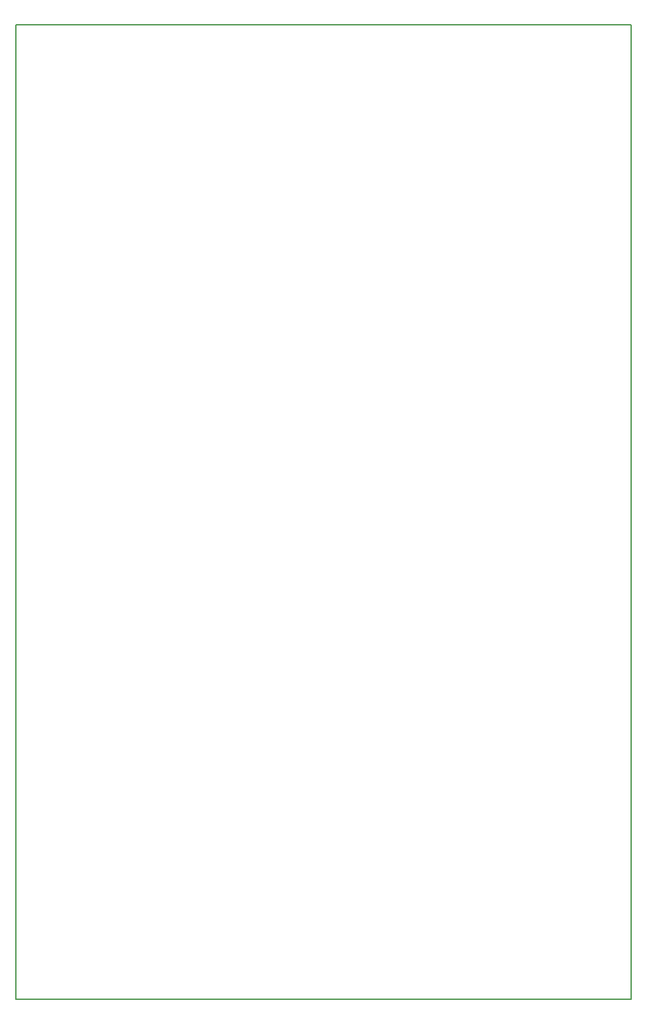
<source format=gbr>
G04 #@! TF.FileFunction,Profile,NP*
%FSLAX46Y46*%
G04 Gerber Fmt 4.6, Leading zero omitted, Abs format (unit mm)*
G04 Created by KiCad (PCBNEW 4.0.4-stable) date 05/10/17 13:02:38*
%MOMM*%
%LPD*%
G01*
G04 APERTURE LIST*
%ADD10C,0.100000*%
%ADD11C,0.150000*%
G04 APERTURE END LIST*
D10*
D11*
X110200000Y-144420000D02*
X28200000Y-144420000D01*
X110200000Y-14600000D02*
X110200000Y-144420000D01*
X28200000Y-14600000D02*
X110200000Y-14600000D01*
X28200000Y-144420000D02*
X28200000Y-14600000D01*
M02*

</source>
